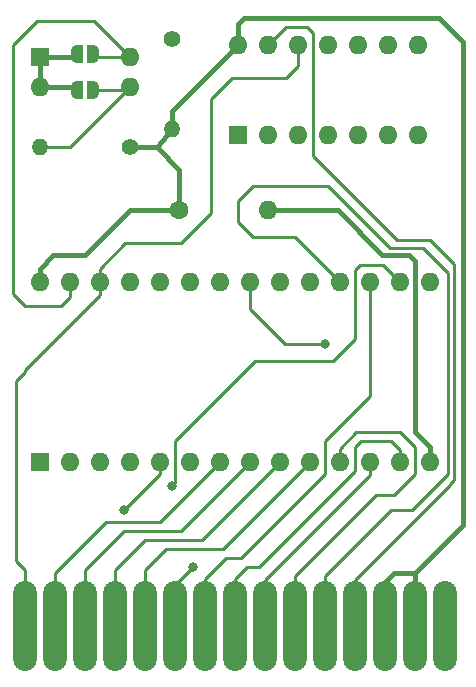
<source format=gbr>
G04 #@! TF.GenerationSoftware,KiCad,Pcbnew,(6.0.11)*
G04 #@! TF.CreationDate,2023-02-19T10:02:12-08:00*
G04 #@! TF.ProjectId,AtariCart,41746172-6943-4617-9274-2e6b69636164,rev?*
G04 #@! TF.SameCoordinates,Original*
G04 #@! TF.FileFunction,Copper,L1,Top*
G04 #@! TF.FilePolarity,Positive*
%FSLAX46Y46*%
G04 Gerber Fmt 4.6, Leading zero omitted, Abs format (unit mm)*
G04 Created by KiCad (PCBNEW (6.0.11)) date 2023-02-19 10:02:12*
%MOMM*%
%LPD*%
G01*
G04 APERTURE LIST*
G04 Aperture macros list*
%AMRoundRect*
0 Rectangle with rounded corners*
0 $1 Rounding radius*
0 $2 $3 $4 $5 $6 $7 $8 $9 X,Y pos of 4 corners*
0 Add a 4 corners polygon primitive as box body*
4,1,4,$2,$3,$4,$5,$6,$7,$8,$9,$2,$3,0*
0 Add four circle primitives for the rounded corners*
1,1,$1+$1,$2,$3*
1,1,$1+$1,$4,$5*
1,1,$1+$1,$6,$7*
1,1,$1+$1,$8,$9*
0 Add four rect primitives between the rounded corners*
20,1,$1+$1,$2,$3,$4,$5,0*
20,1,$1+$1,$4,$5,$6,$7,0*
20,1,$1+$1,$6,$7,$8,$9,0*
20,1,$1+$1,$8,$9,$2,$3,0*%
%AMFreePoly0*
4,1,22,0.500000,-0.750000,0.000000,-0.750000,0.000000,-0.745033,-0.079941,-0.743568,-0.215256,-0.701293,-0.333266,-0.622738,-0.424486,-0.514219,-0.481581,-0.384460,-0.499164,-0.250000,-0.500000,-0.250000,-0.500000,0.250000,-0.499164,0.250000,-0.499963,0.256109,-0.478152,0.396186,-0.417904,0.524511,-0.324060,0.630769,-0.204165,0.706417,-0.067858,0.745374,0.000000,0.744959,0.000000,0.750000,
0.500000,0.750000,0.500000,-0.750000,0.500000,-0.750000,$1*%
%AMFreePoly1*
4,1,20,0.000000,0.744959,0.073905,0.744508,0.209726,0.703889,0.328688,0.626782,0.421226,0.519385,0.479903,0.390333,0.500000,0.250000,0.500000,-0.250000,0.499851,-0.262216,0.476331,-0.402017,0.414519,-0.529596,0.319384,-0.634700,0.198574,-0.708877,0.061801,-0.746166,0.000000,-0.745033,0.000000,-0.750000,-0.500000,-0.750000,-0.500000,0.750000,0.000000,0.750000,0.000000,0.744959,
0.000000,0.744959,$1*%
G04 Aperture macros list end*
G04 #@! TA.AperFunction,ComponentPad*
%ADD10R,1.600000X1.600000*%
G04 #@! TD*
G04 #@! TA.AperFunction,ComponentPad*
%ADD11O,1.600000X1.600000*%
G04 #@! TD*
G04 #@! TA.AperFunction,ComponentPad*
%ADD12C,1.600000*%
G04 #@! TD*
G04 #@! TA.AperFunction,ComponentPad*
%ADD13C,1.400000*%
G04 #@! TD*
G04 #@! TA.AperFunction,ComponentPad*
%ADD14O,1.400000X1.400000*%
G04 #@! TD*
G04 #@! TA.AperFunction,SMDPad,CuDef*
%ADD15FreePoly0,0.000000*%
G04 #@! TD*
G04 #@! TA.AperFunction,SMDPad,CuDef*
%ADD16FreePoly1,0.000000*%
G04 #@! TD*
G04 #@! TA.AperFunction,SMDPad,CuDef*
%ADD17RoundRect,1.000000X0.000000X-2.810000X0.000000X-2.810000X0.000000X2.810000X0.000000X2.810000X0*%
G04 #@! TD*
G04 #@! TA.AperFunction,ViaPad*
%ADD18C,0.800000*%
G04 #@! TD*
G04 #@! TA.AperFunction,Conductor*
%ADD19C,0.250000*%
G04 #@! TD*
G04 #@! TA.AperFunction,Conductor*
%ADD20C,0.400000*%
G04 #@! TD*
G04 APERTURE END LIST*
D10*
X28956000Y-64262000D03*
D11*
X31496000Y-64262000D03*
X34036000Y-64262000D03*
X36576000Y-64262000D03*
X39116000Y-64262000D03*
X41656000Y-64262000D03*
X44196000Y-64262000D03*
X46736000Y-64262000D03*
X49276000Y-64262000D03*
X51816000Y-64262000D03*
X54356000Y-64262000D03*
X56896000Y-64262000D03*
X59436000Y-64262000D03*
X61976000Y-64262000D03*
X61976000Y-49022000D03*
X59436000Y-49022000D03*
X56896000Y-49022000D03*
X54356000Y-49022000D03*
X51816000Y-49022000D03*
X49276000Y-49022000D03*
X46736000Y-49022000D03*
X44196000Y-49022000D03*
X41656000Y-49022000D03*
X39116000Y-49022000D03*
X36576000Y-49022000D03*
X34036000Y-49022000D03*
X31496000Y-49022000D03*
X28956000Y-49022000D03*
D10*
X45720000Y-36576000D03*
D11*
X48260000Y-36576000D03*
X50800000Y-36576000D03*
X53340000Y-36576000D03*
X55880000Y-36576000D03*
X58420000Y-36576000D03*
X60960000Y-36576000D03*
X60960000Y-28956000D03*
X58420000Y-28956000D03*
X55880000Y-28956000D03*
X53340000Y-28956000D03*
X50800000Y-28956000D03*
X48260000Y-28956000D03*
X45720000Y-28956000D03*
D10*
X28956000Y-29972000D03*
D11*
X28956000Y-32512000D03*
X36576000Y-32512000D03*
X36576000Y-29972000D03*
D12*
X40767000Y-42926000D03*
D11*
X48267000Y-42926000D03*
D13*
X36576000Y-37592000D03*
D14*
X28956000Y-37592000D03*
D15*
X32116000Y-29718000D03*
D16*
X33416000Y-29718000D03*
D15*
X32116000Y-32766000D03*
D16*
X33416000Y-32766000D03*
D13*
X40132000Y-28448000D03*
D14*
X40132000Y-36068000D03*
D17*
X27686000Y-78105000D03*
X30226000Y-78105000D03*
X32766000Y-78105000D03*
X35306000Y-78105000D03*
X37846000Y-78105000D03*
X40386000Y-78105000D03*
X42926000Y-78105000D03*
X45466000Y-78105000D03*
X48006000Y-78105000D03*
X50546000Y-78105000D03*
X53086000Y-78105000D03*
X55626000Y-78105000D03*
X58166000Y-78105000D03*
X60706000Y-78105000D03*
X63246000Y-78105000D03*
D18*
X53103500Y-54248900D03*
X36068000Y-68326000D03*
X40132000Y-66294000D03*
X41910000Y-73152000D03*
D19*
X28702000Y-26924000D02*
X26670000Y-28956000D01*
X31496000Y-50292000D02*
X31496000Y-49022000D01*
X36576000Y-29972000D02*
X33528000Y-26924000D01*
X27686000Y-51054000D02*
X30734000Y-51054000D01*
X33670000Y-29972000D02*
X36576000Y-29972000D01*
X26670000Y-28956000D02*
X26670000Y-50038000D01*
X33416000Y-29718000D02*
X33670000Y-29972000D01*
X26670000Y-50038000D02*
X27686000Y-51054000D01*
X33528000Y-26924000D02*
X28702000Y-26924000D01*
X30734000Y-51054000D02*
X31496000Y-50292000D01*
X36322000Y-32766000D02*
X36576000Y-32512000D01*
X31496000Y-37592000D02*
X36576000Y-32512000D01*
X28956000Y-37592000D02*
X31496000Y-37592000D01*
X33416000Y-32766000D02*
X36322000Y-32766000D01*
D20*
X60706000Y-47244000D02*
X60706000Y-61741700D01*
X60706000Y-61741700D02*
X61976000Y-63011700D01*
X57916196Y-46731804D02*
X60193804Y-46731804D01*
X48267000Y-42926000D02*
X49517300Y-42926000D01*
X28956000Y-29972000D02*
X28956000Y-32512000D01*
X31862000Y-32512000D02*
X32116000Y-32766000D01*
X31862000Y-29972000D02*
X32116000Y-29718000D01*
X60193804Y-46731804D02*
X60706000Y-47244000D01*
X28956000Y-32512000D02*
X31862000Y-32512000D01*
X54234100Y-42926000D02*
X57916196Y-46731804D01*
X28956000Y-29972000D02*
X31862000Y-29972000D01*
X61976000Y-63011700D02*
X61976000Y-64262000D01*
X49517300Y-42926000D02*
X54234100Y-42926000D01*
X30110600Y-46736000D02*
X32766000Y-46736000D01*
X64770000Y-69596000D02*
X64516000Y-69850000D01*
X40767000Y-42926000D02*
X40767000Y-39497000D01*
X40132000Y-34544000D02*
X45720000Y-28956000D01*
X38862000Y-37592000D02*
X40132000Y-36068000D01*
X58166000Y-74422000D02*
X58928000Y-73660000D01*
X32766000Y-46736000D02*
X36576000Y-42926000D01*
X36576000Y-37592000D02*
X38862000Y-37592000D01*
X60706000Y-73660000D02*
X60706000Y-78105000D01*
X40767000Y-39497000D02*
X38862000Y-37592000D01*
X64770000Y-28702000D02*
X64770000Y-69596000D01*
X46228000Y-26670000D02*
X62738000Y-26670000D01*
X58928000Y-73660000D02*
X60706000Y-73660000D01*
X40132000Y-36068000D02*
X40132000Y-34544000D01*
X45720000Y-28956000D02*
X45720000Y-27178000D01*
X58166000Y-78105000D02*
X58166000Y-74422000D01*
X45720000Y-27178000D02*
X46228000Y-26670000D01*
X64516000Y-69850000D02*
X60706000Y-73660000D01*
X28956000Y-49022000D02*
X28956000Y-47890600D01*
X62738000Y-26670000D02*
X64770000Y-28702000D01*
X28956000Y-47890600D02*
X30110600Y-46736000D01*
X36576000Y-42926000D02*
X40767000Y-42926000D01*
D19*
X45466000Y-78105000D02*
X45466000Y-74168000D01*
X58674000Y-62484000D02*
X59436000Y-63246000D01*
X56134000Y-62484000D02*
X58674000Y-62484000D01*
X47498000Y-73152000D02*
X55626000Y-65024000D01*
X46482000Y-73152000D02*
X47498000Y-73152000D01*
X59436000Y-63246000D02*
X59436000Y-64262000D01*
X55626000Y-62992000D02*
X56134000Y-62484000D01*
X45466000Y-74168000D02*
X46482000Y-73152000D01*
X55626000Y-65024000D02*
X55626000Y-62992000D01*
X56896000Y-65387300D02*
X48006000Y-74277300D01*
X56896000Y-64262000D02*
X56896000Y-65387300D01*
X48006000Y-74277300D02*
X48006000Y-78105000D01*
X50546000Y-73914000D02*
X57404000Y-67056000D01*
X58928000Y-67056000D02*
X60706000Y-65278000D01*
X60706000Y-62992000D02*
X59436000Y-61722000D01*
X54356000Y-63130630D02*
X54356000Y-64262000D01*
X50546000Y-78105000D02*
X50546000Y-73914000D01*
X55764630Y-61722000D02*
X54356000Y-63130630D01*
X59436000Y-61722000D02*
X55764630Y-61722000D01*
X60706000Y-65278000D02*
X60706000Y-62992000D01*
X57404000Y-67056000D02*
X58928000Y-67056000D01*
X51816000Y-64262000D02*
X44450000Y-71628000D01*
X44450000Y-71628000D02*
X39624000Y-71628000D01*
X37846000Y-73406000D02*
X39624000Y-71628000D01*
X37846000Y-73406000D02*
X37846000Y-78105000D01*
X49276000Y-64262000D02*
X42672000Y-70866000D01*
X37846000Y-70866000D02*
X35306000Y-73406000D01*
X42672000Y-70866000D02*
X37846000Y-70866000D01*
X35306000Y-73406000D02*
X35306000Y-78105000D01*
X32766000Y-73406000D02*
X36068000Y-70104000D01*
X40894000Y-70104000D02*
X36068000Y-70104000D01*
X32766000Y-73406000D02*
X32766000Y-78105000D01*
X46736000Y-64262000D02*
X40894000Y-70104000D01*
X46736000Y-51308000D02*
X49676900Y-54248900D01*
X49676900Y-54248900D02*
X53103500Y-54248900D01*
X46736000Y-49022000D02*
X46736000Y-51308000D01*
X44196000Y-64262000D02*
X39116000Y-69342000D01*
X30226000Y-73660000D02*
X34544000Y-69342000D01*
X39116000Y-69342000D02*
X34544000Y-69342000D01*
X30226000Y-73660000D02*
X30226000Y-78105000D01*
X39116000Y-65278000D02*
X39116000Y-64262000D01*
X36068000Y-68326000D02*
X39116000Y-65278000D01*
X53086000Y-78105000D02*
X53086000Y-73914000D01*
X60452000Y-68326000D02*
X63500000Y-65278000D01*
X53086000Y-73914000D02*
X58674000Y-68326000D01*
X46990000Y-45212000D02*
X50546000Y-45212000D01*
X45720000Y-43942000D02*
X46990000Y-45212000D01*
X53340000Y-40894000D02*
X46990000Y-40894000D01*
X46990000Y-40894000D02*
X45720000Y-42164000D01*
X45720000Y-42164000D02*
X45720000Y-43942000D01*
X61396793Y-46156793D02*
X58602793Y-46156793D01*
X50546000Y-45212000D02*
X54356000Y-49022000D01*
X63500000Y-65278000D02*
X63500000Y-48260000D01*
X58602793Y-46156793D02*
X53340000Y-40894000D01*
X63500000Y-48260000D02*
X61396793Y-46156793D01*
X58674000Y-68326000D02*
X60452000Y-68326000D01*
X42926000Y-74168000D02*
X44704000Y-72390000D01*
X44704000Y-72390000D02*
X45974000Y-72390000D01*
X56896000Y-58674000D02*
X56896000Y-49022000D01*
X53086000Y-62484000D02*
X56896000Y-58674000D01*
X53086000Y-65278000D02*
X53086000Y-62484000D01*
X45974000Y-72390000D02*
X53086000Y-65278000D01*
X42926000Y-78105000D02*
X42926000Y-74168000D01*
X40386000Y-74676000D02*
X40386000Y-78105000D01*
X55626000Y-52832000D02*
X55626000Y-53848000D01*
X56066989Y-47565011D02*
X55626000Y-48006000D01*
X55626000Y-48006000D02*
X55626000Y-52832000D01*
X59436000Y-49022000D02*
X57979011Y-47565011D01*
X47172450Y-55697550D02*
X40386000Y-62484000D01*
X53776450Y-55697550D02*
X47172450Y-55697550D01*
X40386000Y-62484000D02*
X40386000Y-66040000D01*
X41910000Y-73152000D02*
X40386000Y-74676000D01*
X55626000Y-53848000D02*
X53776450Y-55697550D01*
X57979011Y-47565011D02*
X56066989Y-47565011D01*
X26924000Y-72644000D02*
X27686000Y-73406000D01*
X36206600Y-45720000D02*
X40894000Y-45720000D01*
X27686000Y-56497300D02*
X27686000Y-56642000D01*
X43434000Y-43180000D02*
X43434000Y-33528000D01*
X26924000Y-57404000D02*
X26924000Y-72644000D01*
X49784000Y-31750000D02*
X50800000Y-30734000D01*
X27686000Y-56642000D02*
X26924000Y-57404000D01*
X34036000Y-49022000D02*
X34036000Y-50147300D01*
X27686000Y-73406000D02*
X27686000Y-78105000D01*
X45212000Y-31750000D02*
X49784000Y-31750000D01*
X40894000Y-45720000D02*
X43434000Y-43180000D01*
X43434000Y-33528000D02*
X45212000Y-31750000D01*
X34036000Y-47890600D02*
X36206600Y-45720000D01*
X50800000Y-30734000D02*
X50800000Y-28956000D01*
X34036000Y-49022000D02*
X34036000Y-47890600D01*
X34036000Y-50147300D02*
X27686000Y-56497300D01*
X59182000Y-45466000D02*
X61976000Y-45466000D01*
X64008000Y-65786000D02*
X63648100Y-66145900D01*
X51562000Y-27432000D02*
X52070000Y-27940000D01*
X63648100Y-66196600D02*
X55626000Y-74218700D01*
X55626000Y-74218700D02*
X55626000Y-78105000D01*
X52070000Y-28702000D02*
X52089500Y-38373500D01*
X61976000Y-45466000D02*
X64008000Y-47498000D01*
X52070000Y-27940000D02*
X52070000Y-28702000D01*
X49784000Y-27432000D02*
X51562000Y-27432000D01*
X52089500Y-38373500D02*
X59182000Y-45466000D01*
X64008000Y-47498000D02*
X64008000Y-65786000D01*
X48260000Y-28956000D02*
X49784000Y-27432000D01*
X63648100Y-66145900D02*
X63648100Y-66196600D01*
M02*

</source>
